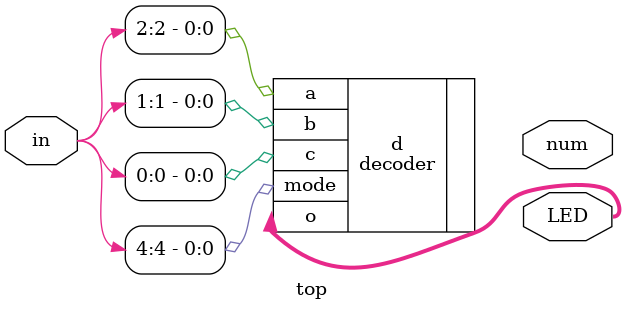
<source format=v>
`timescale 1ns / 1ps
module top(
input [4:0] in,
output [7:0] LED,
output [6:0] num
);
decoder d(
.a (in[2]),
.b (in[1]),
.c (in[0]),
.mode (in[4]),
.o (LED[7:0])
);

endmodule

</source>
